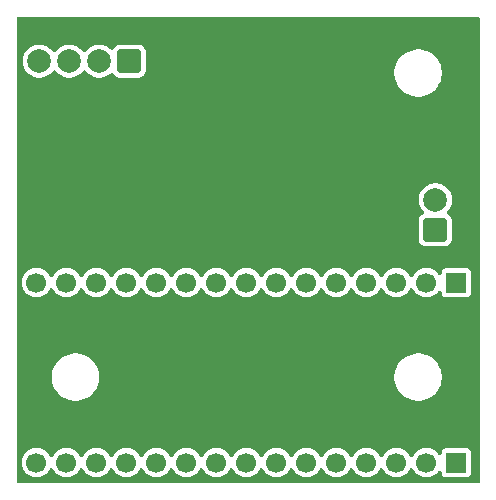
<source format=gbr>
%TF.GenerationSoftware,KiCad,Pcbnew,9.0.7-9.0.7~ubuntu24.04.1*%
%TF.CreationDate,2026-02-05T17:20:45+01:00*%
%TF.ProjectId,LaserDriver,4c617365-7244-4726-9976-65722e6b6963,rev?*%
%TF.SameCoordinates,Original*%
%TF.FileFunction,Copper,L2,Bot*%
%TF.FilePolarity,Positive*%
%FSLAX46Y46*%
G04 Gerber Fmt 4.6, Leading zero omitted, Abs format (unit mm)*
G04 Created by KiCad (PCBNEW 9.0.7-9.0.7~ubuntu24.04.1) date 2026-02-05 17:20:45*
%MOMM*%
%LPD*%
G01*
G04 APERTURE LIST*
G04 Aperture macros list*
%AMRoundRect*
0 Rectangle with rounded corners*
0 $1 Rounding radius*
0 $2 $3 $4 $5 $6 $7 $8 $9 X,Y pos of 4 corners*
0 Add a 4 corners polygon primitive as box body*
4,1,4,$2,$3,$4,$5,$6,$7,$8,$9,$2,$3,0*
0 Add four circle primitives for the rounded corners*
1,1,$1+$1,$2,$3*
1,1,$1+$1,$4,$5*
1,1,$1+$1,$6,$7*
1,1,$1+$1,$8,$9*
0 Add four rect primitives between the rounded corners*
20,1,$1+$1,$2,$3,$4,$5,0*
20,1,$1+$1,$4,$5,$6,$7,0*
20,1,$1+$1,$6,$7,$8,$9,0*
20,1,$1+$1,$8,$9,$2,$3,0*%
G04 Aperture macros list end*
%TA.AperFunction,ComponentPad*%
%ADD10RoundRect,0.250000X0.750000X0.750000X-0.750000X0.750000X-0.750000X-0.750000X0.750000X-0.750000X0*%
%TD*%
%TA.AperFunction,ComponentPad*%
%ADD11C,2.000000*%
%TD*%
%TA.AperFunction,ComponentPad*%
%ADD12R,1.700000X1.700000*%
%TD*%
%TA.AperFunction,ComponentPad*%
%ADD13C,1.700000*%
%TD*%
%TA.AperFunction,ComponentPad*%
%ADD14RoundRect,0.250000X0.750000X-0.750000X0.750000X0.750000X-0.750000X0.750000X-0.750000X-0.750000X0*%
%TD*%
%TA.AperFunction,ViaPad*%
%ADD15C,1.600000*%
%TD*%
%TA.AperFunction,ViaPad*%
%ADD16C,0.800000*%
%TD*%
G04 APERTURE END LIST*
D10*
%TO.P,J100,1,Pin_1*%
%TO.N,GND*%
X39540000Y-101250000D03*
D11*
%TO.P,J100,2,Pin_2*%
%TO.N,Net-(J100-Pin_2)*%
X37000000Y-101250000D03*
%TO.P,J100,3,Pin_3*%
X34460000Y-101250000D03*
%TO.P,J100,4,Pin_4*%
%TO.N,Net-(D100-K)*%
X31920000Y-101250000D03*
%TD*%
D12*
%TO.P,J103,1,Pin_1*%
%TO.N,unconnected-(J103-Pin_1-Pad1)*%
X67240000Y-135240000D03*
D13*
%TO.P,J103,2,Pin_2*%
%TO.N,GND*%
X64700000Y-135240000D03*
%TO.P,J103,3,Pin_3*%
%TO.N,unconnected-(J103-Pin_3-Pad3)*%
X62160000Y-135240000D03*
%TO.P,J103,4,Pin_4*%
%TO.N,unconnected-(J103-Pin_4-Pad4)*%
X59620000Y-135240000D03*
%TO.P,J103,5,Pin_5*%
%TO.N,unconnected-(J103-Pin_5-Pad5)*%
X57080000Y-135240000D03*
%TO.P,J103,6,Pin_6*%
%TO.N,unconnected-(J103-Pin_6-Pad6)*%
X54540000Y-135240000D03*
%TO.P,J103,7,Pin_7*%
%TO.N,unconnected-(J103-Pin_7-Pad7)*%
X52000000Y-135240000D03*
%TO.P,J103,8,Pin_8*%
%TO.N,unconnected-(J103-Pin_8-Pad8)*%
X49460000Y-135240000D03*
%TO.P,J103,9,Pin_9*%
%TO.N,unconnected-(J103-Pin_9-Pad9)*%
X46920000Y-135240000D03*
%TO.P,J103,10,Pin_10*%
%TO.N,unconnected-(J103-Pin_10-Pad10)*%
X44380000Y-135240000D03*
%TO.P,J103,11,Pin_11*%
%TO.N,unconnected-(J103-Pin_11-Pad11)*%
X41840000Y-135240000D03*
%TO.P,J103,12,Pin_12*%
%TO.N,unconnected-(J103-Pin_12-Pad12)*%
X39300000Y-135240000D03*
%TO.P,J103,13,Pin_13*%
%TO.N,unconnected-(J103-Pin_13-Pad13)*%
X36760000Y-135240000D03*
%TO.P,J103,14,Pin_14*%
%TO.N,unconnected-(J103-Pin_14-Pad14)*%
X34220000Y-135240000D03*
%TO.P,J103,15,Pin_15*%
%TO.N,unconnected-(J103-Pin_15-Pad15)*%
X31680000Y-135240000D03*
%TD*%
D14*
%TO.P,J101,1,Pin_1*%
%TO.N,Net-(J101-Pin_1)*%
X65467500Y-115525000D03*
D11*
%TO.P,J101,2,Pin_2*%
%TO.N,Net-(D102-K)*%
X65467500Y-112985000D03*
%TD*%
D12*
%TO.P,J102,1,Pin_1*%
%TO.N,unconnected-(J102-Pin_1-Pad1)*%
X67240000Y-120000000D03*
D13*
%TO.P,J102,2,Pin_2*%
%TO.N,unconnected-(J102-Pin_2-Pad2)*%
X64700000Y-120000000D03*
%TO.P,J102,3,Pin_3*%
%TO.N,unconnected-(J102-Pin_3-Pad3)*%
X62160000Y-120000000D03*
%TO.P,J102,4,Pin_4*%
%TO.N,GND*%
X59620000Y-120000000D03*
%TO.P,J102,5,Pin_5*%
%TO.N,unconnected-(J102-Pin_5-Pad5)*%
X57080000Y-120000000D03*
%TO.P,J102,6,Pin_6*%
%TO.N,unconnected-(J102-Pin_6-Pad6)*%
X54540000Y-120000000D03*
%TO.P,J102,7,Pin_7*%
%TO.N,unconnected-(J102-Pin_7-Pad7)*%
X52000000Y-120000000D03*
%TO.P,J102,8,Pin_8*%
%TO.N,/ard_DAC*%
X49460000Y-120000000D03*
%TO.P,J102,9,Pin_9*%
%TO.N,unconnected-(J102-Pin_9-Pad9)*%
X46920000Y-120000000D03*
%TO.P,J102,10,Pin_10*%
%TO.N,unconnected-(J102-Pin_10-Pad10)*%
X44380000Y-120000000D03*
%TO.P,J102,11,Pin_11*%
%TO.N,unconnected-(J102-Pin_11-Pad11)*%
X41840000Y-120000000D03*
%TO.P,J102,12,Pin_12*%
%TO.N,/ard_PWM*%
X39300000Y-120000000D03*
%TO.P,J102,13,Pin_13*%
%TO.N,unconnected-(J102-Pin_13-Pad13)*%
X36760000Y-120000000D03*
%TO.P,J102,14,Pin_14*%
%TO.N,unconnected-(J102-Pin_14-Pad14)*%
X34220000Y-120000000D03*
%TO.P,J102,15,Pin_15*%
%TO.N,unconnected-(J102-Pin_15-Pad15)*%
X31680000Y-120000000D03*
%TD*%
D15*
%TO.N,GND*%
X39300000Y-103700000D03*
D16*
X63250000Y-110000000D03*
D15*
X56700000Y-109750000D03*
X64700000Y-132900000D03*
D16*
X41850000Y-114950000D03*
X33100000Y-112300000D03*
X48000000Y-113175000D03*
D15*
X59625000Y-117500000D03*
D16*
X46951992Y-109451992D03*
X52000000Y-117250000D03*
X31800000Y-108050000D03*
X40750000Y-117250000D03*
X39700000Y-114500000D03*
D15*
X46300000Y-99675000D03*
D16*
X43850000Y-112150000D03*
%TD*%
%TA.AperFunction,Conductor*%
%TO.N,GND*%
G36*
X69175000Y-97520462D02*
G01*
X69229538Y-97575000D01*
X69249500Y-97649500D01*
X69249500Y-136850500D01*
X69229538Y-136925000D01*
X69175000Y-136979538D01*
X69100500Y-136999500D01*
X30149500Y-136999500D01*
X30075000Y-136979538D01*
X30020462Y-136925000D01*
X30000500Y-136850500D01*
X30000500Y-135141583D01*
X30429500Y-135141583D01*
X30429500Y-135338417D01*
X30460291Y-135532826D01*
X30521116Y-135720025D01*
X30521119Y-135720030D01*
X30521121Y-135720036D01*
X30542479Y-135761953D01*
X30610476Y-135895405D01*
X30726172Y-136054646D01*
X30865354Y-136193828D01*
X31024595Y-136309524D01*
X31061528Y-136328342D01*
X31199052Y-136398414D01*
X31199975Y-136398884D01*
X31387174Y-136459709D01*
X31581583Y-136490500D01*
X31581588Y-136490500D01*
X31778412Y-136490500D01*
X31778417Y-136490500D01*
X31972826Y-136459709D01*
X32160025Y-136398884D01*
X32335405Y-136309524D01*
X32494646Y-136193828D01*
X32633828Y-136054646D01*
X32749524Y-135895405D01*
X32817240Y-135762503D01*
X32868848Y-135705186D01*
X32942201Y-135681352D01*
X33017644Y-135697388D01*
X33074962Y-135748996D01*
X33082759Y-135762503D01*
X33150476Y-135895405D01*
X33266172Y-136054646D01*
X33405354Y-136193828D01*
X33564595Y-136309524D01*
X33601528Y-136328342D01*
X33739052Y-136398414D01*
X33739975Y-136398884D01*
X33927174Y-136459709D01*
X34121583Y-136490500D01*
X34121588Y-136490500D01*
X34318412Y-136490500D01*
X34318417Y-136490500D01*
X34512826Y-136459709D01*
X34700025Y-136398884D01*
X34875405Y-136309524D01*
X35034646Y-136193828D01*
X35173828Y-136054646D01*
X35289524Y-135895405D01*
X35357240Y-135762503D01*
X35408848Y-135705186D01*
X35482201Y-135681352D01*
X35557644Y-135697388D01*
X35614962Y-135748996D01*
X35622759Y-135762503D01*
X35690476Y-135895405D01*
X35806172Y-136054646D01*
X35945354Y-136193828D01*
X36104595Y-136309524D01*
X36141528Y-136328342D01*
X36279052Y-136398414D01*
X36279975Y-136398884D01*
X36467174Y-136459709D01*
X36661583Y-136490500D01*
X36661588Y-136490500D01*
X36858412Y-136490500D01*
X36858417Y-136490500D01*
X37052826Y-136459709D01*
X37240025Y-136398884D01*
X37415405Y-136309524D01*
X37574646Y-136193828D01*
X37713828Y-136054646D01*
X37829524Y-135895405D01*
X37897240Y-135762503D01*
X37948848Y-135705186D01*
X38022201Y-135681352D01*
X38097644Y-135697388D01*
X38154962Y-135748996D01*
X38162759Y-135762503D01*
X38230476Y-135895405D01*
X38346172Y-136054646D01*
X38485354Y-136193828D01*
X38644595Y-136309524D01*
X38681528Y-136328342D01*
X38819052Y-136398414D01*
X38819975Y-136398884D01*
X39007174Y-136459709D01*
X39201583Y-136490500D01*
X39201588Y-136490500D01*
X39398412Y-136490500D01*
X39398417Y-136490500D01*
X39592826Y-136459709D01*
X39780025Y-136398884D01*
X39955405Y-136309524D01*
X40114646Y-136193828D01*
X40253828Y-136054646D01*
X40369524Y-135895405D01*
X40437240Y-135762503D01*
X40488848Y-135705186D01*
X40562201Y-135681352D01*
X40637644Y-135697388D01*
X40694962Y-135748996D01*
X40702759Y-135762503D01*
X40770476Y-135895405D01*
X40886172Y-136054646D01*
X41025354Y-136193828D01*
X41184595Y-136309524D01*
X41221528Y-136328342D01*
X41359052Y-136398414D01*
X41359975Y-136398884D01*
X41547174Y-136459709D01*
X41741583Y-136490500D01*
X41741588Y-136490500D01*
X41938412Y-136490500D01*
X41938417Y-136490500D01*
X42132826Y-136459709D01*
X42320025Y-136398884D01*
X42495405Y-136309524D01*
X42654646Y-136193828D01*
X42793828Y-136054646D01*
X42909524Y-135895405D01*
X42977240Y-135762503D01*
X43028848Y-135705186D01*
X43102201Y-135681352D01*
X43177644Y-135697388D01*
X43234962Y-135748996D01*
X43242759Y-135762503D01*
X43310476Y-135895405D01*
X43426172Y-136054646D01*
X43565354Y-136193828D01*
X43724595Y-136309524D01*
X43761528Y-136328342D01*
X43899052Y-136398414D01*
X43899975Y-136398884D01*
X44087174Y-136459709D01*
X44281583Y-136490500D01*
X44281588Y-136490500D01*
X44478412Y-136490500D01*
X44478417Y-136490500D01*
X44672826Y-136459709D01*
X44860025Y-136398884D01*
X45035405Y-136309524D01*
X45194646Y-136193828D01*
X45333828Y-136054646D01*
X45449524Y-135895405D01*
X45517240Y-135762503D01*
X45568848Y-135705186D01*
X45642201Y-135681352D01*
X45717644Y-135697388D01*
X45774962Y-135748996D01*
X45782759Y-135762503D01*
X45850476Y-135895405D01*
X45966172Y-136054646D01*
X46105354Y-136193828D01*
X46264595Y-136309524D01*
X46301528Y-136328342D01*
X46439052Y-136398414D01*
X46439975Y-136398884D01*
X46627174Y-136459709D01*
X46821583Y-136490500D01*
X46821588Y-136490500D01*
X47018412Y-136490500D01*
X47018417Y-136490500D01*
X47212826Y-136459709D01*
X47400025Y-136398884D01*
X47575405Y-136309524D01*
X47734646Y-136193828D01*
X47873828Y-136054646D01*
X47989524Y-135895405D01*
X48057240Y-135762503D01*
X48108848Y-135705186D01*
X48182201Y-135681352D01*
X48257644Y-135697388D01*
X48314962Y-135748996D01*
X48322759Y-135762503D01*
X48390476Y-135895405D01*
X48506172Y-136054646D01*
X48645354Y-136193828D01*
X48804595Y-136309524D01*
X48841528Y-136328342D01*
X48979052Y-136398414D01*
X48979975Y-136398884D01*
X49167174Y-136459709D01*
X49361583Y-136490500D01*
X49361588Y-136490500D01*
X49558412Y-136490500D01*
X49558417Y-136490500D01*
X49752826Y-136459709D01*
X49940025Y-136398884D01*
X50115405Y-136309524D01*
X50274646Y-136193828D01*
X50413828Y-136054646D01*
X50529524Y-135895405D01*
X50597240Y-135762503D01*
X50648848Y-135705186D01*
X50722201Y-135681352D01*
X50797644Y-135697388D01*
X50854962Y-135748996D01*
X50862759Y-135762503D01*
X50930476Y-135895405D01*
X51046172Y-136054646D01*
X51185354Y-136193828D01*
X51344595Y-136309524D01*
X51381528Y-136328342D01*
X51519052Y-136398414D01*
X51519975Y-136398884D01*
X51707174Y-136459709D01*
X51901583Y-136490500D01*
X51901588Y-136490500D01*
X52098412Y-136490500D01*
X52098417Y-136490500D01*
X52292826Y-136459709D01*
X52480025Y-136398884D01*
X52655405Y-136309524D01*
X52814646Y-136193828D01*
X52953828Y-136054646D01*
X53069524Y-135895405D01*
X53137240Y-135762503D01*
X53188848Y-135705186D01*
X53262201Y-135681352D01*
X53337644Y-135697388D01*
X53394962Y-135748996D01*
X53402759Y-135762503D01*
X53470476Y-135895405D01*
X53586172Y-136054646D01*
X53725354Y-136193828D01*
X53884595Y-136309524D01*
X53921528Y-136328342D01*
X54059052Y-136398414D01*
X54059975Y-136398884D01*
X54247174Y-136459709D01*
X54441583Y-136490500D01*
X54441588Y-136490500D01*
X54638412Y-136490500D01*
X54638417Y-136490500D01*
X54832826Y-136459709D01*
X55020025Y-136398884D01*
X55195405Y-136309524D01*
X55354646Y-136193828D01*
X55493828Y-136054646D01*
X55609524Y-135895405D01*
X55677240Y-135762503D01*
X55728848Y-135705186D01*
X55802201Y-135681352D01*
X55877644Y-135697388D01*
X55934962Y-135748996D01*
X55942759Y-135762503D01*
X56010476Y-135895405D01*
X56126172Y-136054646D01*
X56265354Y-136193828D01*
X56424595Y-136309524D01*
X56461528Y-136328342D01*
X56599052Y-136398414D01*
X56599975Y-136398884D01*
X56787174Y-136459709D01*
X56981583Y-136490500D01*
X56981588Y-136490500D01*
X57178412Y-136490500D01*
X57178417Y-136490500D01*
X57372826Y-136459709D01*
X57560025Y-136398884D01*
X57735405Y-136309524D01*
X57894646Y-136193828D01*
X58033828Y-136054646D01*
X58149524Y-135895405D01*
X58217240Y-135762503D01*
X58268848Y-135705186D01*
X58342201Y-135681352D01*
X58417644Y-135697388D01*
X58474962Y-135748996D01*
X58482759Y-135762503D01*
X58550476Y-135895405D01*
X58666172Y-136054646D01*
X58805354Y-136193828D01*
X58964595Y-136309524D01*
X59001528Y-136328342D01*
X59139052Y-136398414D01*
X59139975Y-136398884D01*
X59327174Y-136459709D01*
X59521583Y-136490500D01*
X59521588Y-136490500D01*
X59718412Y-136490500D01*
X59718417Y-136490500D01*
X59912826Y-136459709D01*
X60100025Y-136398884D01*
X60275405Y-136309524D01*
X60434646Y-136193828D01*
X60573828Y-136054646D01*
X60689524Y-135895405D01*
X60757240Y-135762503D01*
X60808848Y-135705186D01*
X60882201Y-135681352D01*
X60957644Y-135697388D01*
X61014962Y-135748996D01*
X61022759Y-135762503D01*
X61090476Y-135895405D01*
X61206172Y-136054646D01*
X61345354Y-136193828D01*
X61504595Y-136309524D01*
X61541528Y-136328342D01*
X61679052Y-136398414D01*
X61679975Y-136398884D01*
X61867174Y-136459709D01*
X62061583Y-136490500D01*
X62061588Y-136490500D01*
X62258412Y-136490500D01*
X62258417Y-136490500D01*
X62452826Y-136459709D01*
X62640025Y-136398884D01*
X62815405Y-136309524D01*
X62974646Y-136193828D01*
X63113828Y-136054646D01*
X63229524Y-135895405D01*
X63297523Y-135761948D01*
X63349128Y-135704636D01*
X63422481Y-135680801D01*
X63497924Y-135696836D01*
X63555241Y-135748445D01*
X63563040Y-135761952D01*
X63630904Y-135895143D01*
X63630909Y-135895150D01*
X63746548Y-136054313D01*
X63885686Y-136193451D01*
X64044849Y-136309090D01*
X64044861Y-136309097D01*
X64220156Y-136398414D01*
X64220173Y-136398421D01*
X64407291Y-136459220D01*
X64601628Y-136490000D01*
X64798372Y-136490000D01*
X64992708Y-136459220D01*
X65179826Y-136398421D01*
X65179843Y-136398414D01*
X65355138Y-136309097D01*
X65355150Y-136309090D01*
X65514313Y-136193451D01*
X65653449Y-136054315D01*
X65719956Y-135962776D01*
X65779895Y-135914237D01*
X65856074Y-135902171D01*
X65928079Y-135929811D01*
X65976618Y-135989750D01*
X65989500Y-136050353D01*
X65989500Y-136121518D01*
X66000893Y-136193451D01*
X66004354Y-136215304D01*
X66061950Y-136328342D01*
X66151658Y-136418050D01*
X66264696Y-136475646D01*
X66358481Y-136490500D01*
X68121518Y-136490499D01*
X68215304Y-136475646D01*
X68328342Y-136418050D01*
X68418050Y-136328342D01*
X68475646Y-136215304D01*
X68490500Y-136121519D01*
X68490499Y-134358482D01*
X68475646Y-134264696D01*
X68418050Y-134151658D01*
X68328342Y-134061950D01*
X68247540Y-134020779D01*
X68215305Y-134004354D01*
X68199673Y-134001878D01*
X68121519Y-133989500D01*
X68121514Y-133989500D01*
X66358481Y-133989500D01*
X66264695Y-134004354D01*
X66264693Y-134004355D01*
X66151657Y-134061950D01*
X66061950Y-134151657D01*
X66004354Y-134264694D01*
X66000952Y-134286174D01*
X65989500Y-134358481D01*
X65989500Y-134358482D01*
X65989500Y-134358485D01*
X65989500Y-134429643D01*
X65969538Y-134504143D01*
X65915000Y-134558681D01*
X65840500Y-134578643D01*
X65766000Y-134558681D01*
X65719957Y-134517223D01*
X65653451Y-134425686D01*
X65514313Y-134286548D01*
X65355150Y-134170909D01*
X65355138Y-134170902D01*
X65179843Y-134081585D01*
X65179826Y-134081578D01*
X64992708Y-134020779D01*
X64798372Y-133990000D01*
X64601628Y-133990000D01*
X64407291Y-134020779D01*
X64220173Y-134081578D01*
X64220156Y-134081585D01*
X64044861Y-134170902D01*
X64044849Y-134170909D01*
X63885686Y-134286548D01*
X63746548Y-134425686D01*
X63630909Y-134584849D01*
X63630904Y-134584856D01*
X63563040Y-134718047D01*
X63511430Y-134775364D01*
X63438077Y-134799198D01*
X63362635Y-134783162D01*
X63305318Y-134731552D01*
X63297520Y-134718046D01*
X63229525Y-134584597D01*
X63229524Y-134584595D01*
X63113828Y-134425354D01*
X62974646Y-134286172D01*
X62815405Y-134170476D01*
X62805010Y-134165179D01*
X62640036Y-134081121D01*
X62640030Y-134081119D01*
X62640025Y-134081116D01*
X62452826Y-134020291D01*
X62258417Y-133989500D01*
X62061583Y-133989500D01*
X61867174Y-134020291D01*
X61738962Y-134061950D01*
X61679975Y-134081116D01*
X61679972Y-134081117D01*
X61679963Y-134081121D01*
X61504598Y-134170474D01*
X61504593Y-134170477D01*
X61345363Y-134286165D01*
X61345352Y-134286174D01*
X61206174Y-134425352D01*
X61206165Y-134425363D01*
X61090477Y-134584593D01*
X61090474Y-134584598D01*
X61022760Y-134717495D01*
X60971151Y-134774813D01*
X60897798Y-134798647D01*
X60822356Y-134782611D01*
X60765038Y-134731002D01*
X60757240Y-134717495D01*
X60724247Y-134652744D01*
X60689524Y-134584595D01*
X60573828Y-134425354D01*
X60434646Y-134286172D01*
X60275405Y-134170476D01*
X60265010Y-134165179D01*
X60100036Y-134081121D01*
X60100030Y-134081119D01*
X60100025Y-134081116D01*
X59912826Y-134020291D01*
X59718417Y-133989500D01*
X59521583Y-133989500D01*
X59327174Y-134020291D01*
X59198962Y-134061950D01*
X59139975Y-134081116D01*
X59139972Y-134081117D01*
X59139963Y-134081121D01*
X58964598Y-134170474D01*
X58964593Y-134170477D01*
X58805363Y-134286165D01*
X58805352Y-134286174D01*
X58666174Y-134425352D01*
X58666165Y-134425363D01*
X58550477Y-134584593D01*
X58550474Y-134584598D01*
X58482760Y-134717495D01*
X58431151Y-134774813D01*
X58357798Y-134798647D01*
X58282356Y-134782611D01*
X58225038Y-134731002D01*
X58217240Y-134717495D01*
X58184247Y-134652744D01*
X58149524Y-134584595D01*
X58033828Y-134425354D01*
X57894646Y-134286172D01*
X57735405Y-134170476D01*
X57725010Y-134165179D01*
X57560036Y-134081121D01*
X57560030Y-134081119D01*
X57560025Y-134081116D01*
X57372826Y-134020291D01*
X57178417Y-133989500D01*
X56981583Y-133989500D01*
X56787174Y-134020291D01*
X56658962Y-134061950D01*
X56599975Y-134081116D01*
X56599972Y-134081117D01*
X56599963Y-134081121D01*
X56424598Y-134170474D01*
X56424593Y-134170477D01*
X56265363Y-134286165D01*
X56265352Y-134286174D01*
X56126174Y-134425352D01*
X56126165Y-134425363D01*
X56010477Y-134584593D01*
X56010474Y-134584598D01*
X55942760Y-134717495D01*
X55891151Y-134774813D01*
X55817798Y-134798647D01*
X55742356Y-134782611D01*
X55685038Y-134731002D01*
X55677240Y-134717495D01*
X55644247Y-134652744D01*
X55609524Y-134584595D01*
X55493828Y-134425354D01*
X55354646Y-134286172D01*
X55195405Y-134170476D01*
X55185010Y-134165179D01*
X55020036Y-134081121D01*
X55020030Y-134081119D01*
X55020025Y-134081116D01*
X54832826Y-134020291D01*
X54638417Y-133989500D01*
X54441583Y-133989500D01*
X54247174Y-134020291D01*
X54118962Y-134061950D01*
X54059975Y-134081116D01*
X54059972Y-134081117D01*
X54059963Y-134081121D01*
X53884598Y-134170474D01*
X53884593Y-134170477D01*
X53725363Y-134286165D01*
X53725352Y-134286174D01*
X53586174Y-134425352D01*
X53586165Y-134425363D01*
X53470477Y-134584593D01*
X53470474Y-134584598D01*
X53402760Y-134717495D01*
X53351151Y-134774813D01*
X53277798Y-134798647D01*
X53202356Y-134782611D01*
X53145038Y-134731002D01*
X53137240Y-134717495D01*
X53104247Y-134652744D01*
X53069524Y-134584595D01*
X52953828Y-134425354D01*
X52814646Y-134286172D01*
X52655405Y-134170476D01*
X52645010Y-134165179D01*
X52480036Y-134081121D01*
X52480030Y-134081119D01*
X52480025Y-134081116D01*
X52292826Y-134020291D01*
X52098417Y-133989500D01*
X51901583Y-133989500D01*
X51707174Y-134020291D01*
X51578962Y-134061950D01*
X51519975Y-134081116D01*
X51519972Y-134081117D01*
X51519963Y-134081121D01*
X51344598Y-134170474D01*
X51344593Y-134170477D01*
X51185363Y-134286165D01*
X51185352Y-134286174D01*
X51046174Y-134425352D01*
X51046165Y-134425363D01*
X50930477Y-134584593D01*
X50930474Y-134584598D01*
X50862760Y-134717495D01*
X50811151Y-134774813D01*
X50737798Y-134798647D01*
X50662356Y-134782611D01*
X50605038Y-134731002D01*
X50597240Y-134717495D01*
X50564247Y-134652744D01*
X50529524Y-134584595D01*
X50413828Y-134425354D01*
X50274646Y-134286172D01*
X50115405Y-134170476D01*
X50105010Y-134165179D01*
X49940036Y-134081121D01*
X49940030Y-134081119D01*
X49940025Y-134081116D01*
X49752826Y-134020291D01*
X49558417Y-133989500D01*
X49361583Y-133989500D01*
X49167174Y-134020291D01*
X49038962Y-134061950D01*
X48979975Y-134081116D01*
X48979972Y-134081117D01*
X48979963Y-134081121D01*
X48804598Y-134170474D01*
X48804593Y-134170477D01*
X48645363Y-134286165D01*
X48645352Y-134286174D01*
X48506174Y-134425352D01*
X48506165Y-134425363D01*
X48390477Y-134584593D01*
X48390474Y-134584598D01*
X48322760Y-134717495D01*
X48271151Y-134774813D01*
X48197798Y-134798647D01*
X48122356Y-134782611D01*
X48065038Y-134731002D01*
X48057240Y-134717495D01*
X48024247Y-134652744D01*
X47989524Y-134584595D01*
X47873828Y-134425354D01*
X47734646Y-134286172D01*
X47575405Y-134170476D01*
X47565010Y-134165179D01*
X47400036Y-134081121D01*
X47400030Y-134081119D01*
X47400025Y-134081116D01*
X47212826Y-134020291D01*
X47018417Y-133989500D01*
X46821583Y-133989500D01*
X46627174Y-134020291D01*
X46498962Y-134061950D01*
X46439975Y-134081116D01*
X46439972Y-134081117D01*
X46439963Y-134081121D01*
X46264598Y-134170474D01*
X46264593Y-134170477D01*
X46105363Y-134286165D01*
X46105352Y-134286174D01*
X45966174Y-134425352D01*
X45966165Y-134425363D01*
X45850477Y-134584593D01*
X45850474Y-134584598D01*
X45782760Y-134717495D01*
X45731151Y-134774813D01*
X45657798Y-134798647D01*
X45582356Y-134782611D01*
X45525038Y-134731002D01*
X45517240Y-134717495D01*
X45484247Y-134652744D01*
X45449524Y-134584595D01*
X45333828Y-134425354D01*
X45194646Y-134286172D01*
X45035405Y-134170476D01*
X45025010Y-134165179D01*
X44860036Y-134081121D01*
X44860030Y-134081119D01*
X44860025Y-134081116D01*
X44672826Y-134020291D01*
X44478417Y-133989500D01*
X44281583Y-133989500D01*
X44087174Y-134020291D01*
X43958962Y-134061950D01*
X43899975Y-134081116D01*
X43899972Y-134081117D01*
X43899963Y-134081121D01*
X43724598Y-134170474D01*
X43724593Y-134170477D01*
X43565363Y-134286165D01*
X43565352Y-134286174D01*
X43426174Y-134425352D01*
X43426165Y-134425363D01*
X43310477Y-134584593D01*
X43310474Y-134584598D01*
X43242760Y-134717495D01*
X43191151Y-134774813D01*
X43117798Y-134798647D01*
X43042356Y-134782611D01*
X42985038Y-134731002D01*
X42977240Y-134717495D01*
X42944247Y-134652744D01*
X42909524Y-134584595D01*
X42793828Y-134425354D01*
X42654646Y-134286172D01*
X42495405Y-134170476D01*
X42485010Y-134165179D01*
X42320036Y-134081121D01*
X42320030Y-134081119D01*
X42320025Y-134081116D01*
X42132826Y-134020291D01*
X41938417Y-133989500D01*
X41741583Y-133989500D01*
X41547174Y-134020291D01*
X41418962Y-134061950D01*
X41359975Y-134081116D01*
X41359972Y-134081117D01*
X41359963Y-134081121D01*
X41184598Y-134170474D01*
X41184593Y-134170477D01*
X41025363Y-134286165D01*
X41025352Y-134286174D01*
X40886174Y-134425352D01*
X40886165Y-134425363D01*
X40770477Y-134584593D01*
X40770474Y-134584598D01*
X40702760Y-134717495D01*
X40651151Y-134774813D01*
X40577798Y-134798647D01*
X40502356Y-134782611D01*
X40445038Y-134731002D01*
X40437240Y-134717495D01*
X40404247Y-134652744D01*
X40369524Y-134584595D01*
X40253828Y-134425354D01*
X40114646Y-134286172D01*
X39955405Y-134170476D01*
X39945010Y-134165179D01*
X39780036Y-134081121D01*
X39780030Y-134081119D01*
X39780025Y-134081116D01*
X39592826Y-134020291D01*
X39398417Y-133989500D01*
X39201583Y-133989500D01*
X39007174Y-134020291D01*
X38878962Y-134061950D01*
X38819975Y-134081116D01*
X38819972Y-134081117D01*
X38819963Y-134081121D01*
X38644598Y-134170474D01*
X38644593Y-134170477D01*
X38485363Y-134286165D01*
X38485352Y-134286174D01*
X38346174Y-134425352D01*
X38346165Y-134425363D01*
X38230477Y-134584593D01*
X38230474Y-134584598D01*
X38162760Y-134717495D01*
X38111151Y-134774813D01*
X38037798Y-134798647D01*
X37962356Y-134782611D01*
X37905038Y-134731002D01*
X37897240Y-134717495D01*
X37864247Y-134652744D01*
X37829524Y-134584595D01*
X37713828Y-134425354D01*
X37574646Y-134286172D01*
X37415405Y-134170476D01*
X37405010Y-134165179D01*
X37240036Y-134081121D01*
X37240030Y-134081119D01*
X37240025Y-134081116D01*
X37052826Y-134020291D01*
X36858417Y-133989500D01*
X36661583Y-133989500D01*
X36467174Y-134020291D01*
X36338962Y-134061950D01*
X36279975Y-134081116D01*
X36279972Y-134081117D01*
X36279963Y-134081121D01*
X36104598Y-134170474D01*
X36104593Y-134170477D01*
X35945363Y-134286165D01*
X35945352Y-134286174D01*
X35806174Y-134425352D01*
X35806165Y-134425363D01*
X35690477Y-134584593D01*
X35690474Y-134584598D01*
X35622760Y-134717495D01*
X35571151Y-134774813D01*
X35497798Y-134798647D01*
X35422356Y-134782611D01*
X35365038Y-134731002D01*
X35357240Y-134717495D01*
X35324247Y-134652744D01*
X35289524Y-134584595D01*
X35173828Y-134425354D01*
X35034646Y-134286172D01*
X34875405Y-134170476D01*
X34865010Y-134165179D01*
X34700036Y-134081121D01*
X34700030Y-134081119D01*
X34700025Y-134081116D01*
X34512826Y-134020291D01*
X34318417Y-133989500D01*
X34121583Y-133989500D01*
X33927174Y-134020291D01*
X33798962Y-134061950D01*
X33739975Y-134081116D01*
X33739972Y-134081117D01*
X33739963Y-134081121D01*
X33564598Y-134170474D01*
X33564593Y-134170477D01*
X33405363Y-134286165D01*
X33405352Y-134286174D01*
X33266174Y-134425352D01*
X33266165Y-134425363D01*
X33150477Y-134584593D01*
X33150474Y-134584598D01*
X33082760Y-134717495D01*
X33031151Y-134774813D01*
X32957798Y-134798647D01*
X32882356Y-134782611D01*
X32825038Y-134731002D01*
X32817240Y-134717495D01*
X32784247Y-134652744D01*
X32749524Y-134584595D01*
X32633828Y-134425354D01*
X32494646Y-134286172D01*
X32335405Y-134170476D01*
X32325010Y-134165179D01*
X32160036Y-134081121D01*
X32160030Y-134081119D01*
X32160025Y-134081116D01*
X31972826Y-134020291D01*
X31778417Y-133989500D01*
X31581583Y-133989500D01*
X31387174Y-134020291D01*
X31258962Y-134061950D01*
X31199975Y-134081116D01*
X31199972Y-134081117D01*
X31199963Y-134081121D01*
X31024598Y-134170474D01*
X31024593Y-134170477D01*
X30865363Y-134286165D01*
X30865352Y-134286174D01*
X30726174Y-134425352D01*
X30726165Y-134425363D01*
X30610477Y-134584593D01*
X30610474Y-134584598D01*
X30521121Y-134759963D01*
X30521117Y-134759972D01*
X30521116Y-134759975D01*
X30460291Y-134947174D01*
X30429500Y-135141583D01*
X30000500Y-135141583D01*
X30000500Y-127868876D01*
X32999500Y-127868876D01*
X32999500Y-128131123D01*
X33033728Y-128391107D01*
X33033728Y-128391110D01*
X33101600Y-128644415D01*
X33101600Y-128644416D01*
X33201959Y-128886701D01*
X33333078Y-129113806D01*
X33333078Y-129113807D01*
X33492715Y-129321848D01*
X33678151Y-129507284D01*
X33886193Y-129666921D01*
X33886197Y-129666924D01*
X34113303Y-129798043D01*
X34317809Y-129882752D01*
X34355583Y-129898399D01*
X34443332Y-129921910D01*
X34608884Y-129966270D01*
X34608890Y-129966270D01*
X34608891Y-129966271D01*
X34645834Y-129971134D01*
X34868877Y-130000499D01*
X34868878Y-130000500D01*
X34868880Y-130000500D01*
X35131122Y-130000500D01*
X35131122Y-130000499D01*
X35391108Y-129966271D01*
X35391110Y-129966271D01*
X35391111Y-129966270D01*
X35391116Y-129966270D01*
X35644415Y-129898399D01*
X35644416Y-129898399D01*
X35644417Y-129898398D01*
X35644419Y-129898398D01*
X35886697Y-129798043D01*
X36113803Y-129666924D01*
X36321848Y-129507284D01*
X36321849Y-129507284D01*
X36507284Y-129321849D01*
X36507284Y-129321848D01*
X36666921Y-129113807D01*
X36666921Y-129113806D01*
X36666924Y-129113803D01*
X36798043Y-128886697D01*
X36898398Y-128644419D01*
X36966270Y-128391116D01*
X37000500Y-128131120D01*
X37000500Y-127868880D01*
X37000499Y-127868876D01*
X61999500Y-127868876D01*
X61999500Y-128131123D01*
X62033728Y-128391107D01*
X62033728Y-128391110D01*
X62101600Y-128644415D01*
X62101600Y-128644416D01*
X62201959Y-128886701D01*
X62333078Y-129113806D01*
X62333078Y-129113807D01*
X62492715Y-129321848D01*
X62678151Y-129507284D01*
X62886193Y-129666921D01*
X62886197Y-129666924D01*
X63113303Y-129798043D01*
X63317809Y-129882752D01*
X63355583Y-129898399D01*
X63443332Y-129921910D01*
X63608884Y-129966270D01*
X63608890Y-129966270D01*
X63608891Y-129966271D01*
X63645834Y-129971134D01*
X63868877Y-130000499D01*
X63868878Y-130000500D01*
X63868880Y-130000500D01*
X64131122Y-130000500D01*
X64131122Y-130000499D01*
X64391108Y-129966271D01*
X64391110Y-129966271D01*
X64391111Y-129966270D01*
X64391116Y-129966270D01*
X64644415Y-129898399D01*
X64644416Y-129898399D01*
X64644417Y-129898398D01*
X64644419Y-129898398D01*
X64886697Y-129798043D01*
X65113803Y-129666924D01*
X65321848Y-129507284D01*
X65321849Y-129507284D01*
X65507284Y-129321849D01*
X65507284Y-129321848D01*
X65666921Y-129113807D01*
X65666921Y-129113806D01*
X65666924Y-129113803D01*
X65798043Y-128886697D01*
X65898398Y-128644419D01*
X65966270Y-128391116D01*
X66000500Y-128131120D01*
X66000500Y-127868880D01*
X65966270Y-127608884D01*
X65898398Y-127355581D01*
X65798043Y-127113303D01*
X65666924Y-126886197D01*
X65666921Y-126886193D01*
X65666921Y-126886192D01*
X65507284Y-126678151D01*
X65321848Y-126492715D01*
X65113806Y-126333078D01*
X64886701Y-126201959D01*
X64886699Y-126201958D01*
X64886697Y-126201957D01*
X64811154Y-126170666D01*
X64644416Y-126101600D01*
X64418255Y-126041002D01*
X64391116Y-126033730D01*
X64391114Y-126033729D01*
X64391108Y-126033728D01*
X64131123Y-125999500D01*
X64131120Y-125999500D01*
X63868880Y-125999500D01*
X63868876Y-125999500D01*
X63608892Y-126033728D01*
X63608889Y-126033728D01*
X63355584Y-126101600D01*
X63355583Y-126101600D01*
X63113298Y-126201959D01*
X62886193Y-126333078D01*
X62886192Y-126333078D01*
X62678151Y-126492715D01*
X62678151Y-126492716D01*
X62678149Y-126492718D01*
X62492718Y-126678149D01*
X62492716Y-126678151D01*
X62492715Y-126678151D01*
X62333078Y-126886192D01*
X62333078Y-126886193D01*
X62201959Y-127113298D01*
X62101600Y-127355583D01*
X62101600Y-127355584D01*
X62033728Y-127608889D01*
X62033728Y-127608892D01*
X61999500Y-127868876D01*
X37000499Y-127868876D01*
X36966270Y-127608884D01*
X36898398Y-127355581D01*
X36798043Y-127113303D01*
X36666924Y-126886197D01*
X36666921Y-126886193D01*
X36666921Y-126886192D01*
X36507284Y-126678151D01*
X36321848Y-126492715D01*
X36113806Y-126333078D01*
X35886701Y-126201959D01*
X35886699Y-126201958D01*
X35886697Y-126201957D01*
X35811154Y-126170666D01*
X35644416Y-126101600D01*
X35418255Y-126041002D01*
X35391116Y-126033730D01*
X35391114Y-126033729D01*
X35391108Y-126033728D01*
X35131123Y-125999500D01*
X35131120Y-125999500D01*
X34868880Y-125999500D01*
X34868876Y-125999500D01*
X34608892Y-126033728D01*
X34608889Y-126033728D01*
X34355584Y-126101600D01*
X34355583Y-126101600D01*
X34113298Y-126201959D01*
X33886193Y-126333078D01*
X33886192Y-126333078D01*
X33678151Y-126492715D01*
X33678151Y-126492716D01*
X33678149Y-126492718D01*
X33492718Y-126678149D01*
X33492716Y-126678151D01*
X33492715Y-126678151D01*
X33333078Y-126886192D01*
X33333078Y-126886193D01*
X33201959Y-127113298D01*
X33101600Y-127355583D01*
X33101600Y-127355584D01*
X33033728Y-127608889D01*
X33033728Y-127608892D01*
X32999500Y-127868876D01*
X30000500Y-127868876D01*
X30000500Y-119901583D01*
X30429500Y-119901583D01*
X30429500Y-120098417D01*
X30460291Y-120292826D01*
X30521116Y-120480025D01*
X30521119Y-120480030D01*
X30521121Y-120480036D01*
X30542479Y-120521953D01*
X30610476Y-120655405D01*
X30726172Y-120814646D01*
X30865354Y-120953828D01*
X31024595Y-121069524D01*
X31061528Y-121088342D01*
X31199052Y-121158414D01*
X31199975Y-121158884D01*
X31387174Y-121219709D01*
X31581583Y-121250500D01*
X31581588Y-121250500D01*
X31778412Y-121250500D01*
X31778417Y-121250500D01*
X31972826Y-121219709D01*
X32160025Y-121158884D01*
X32335405Y-121069524D01*
X32494646Y-120953828D01*
X32633828Y-120814646D01*
X32749524Y-120655405D01*
X32817240Y-120522503D01*
X32868848Y-120465186D01*
X32942201Y-120441352D01*
X33017644Y-120457388D01*
X33074962Y-120508996D01*
X33082759Y-120522503D01*
X33150476Y-120655405D01*
X33266172Y-120814646D01*
X33405354Y-120953828D01*
X33564595Y-121069524D01*
X33601528Y-121088342D01*
X33739052Y-121158414D01*
X33739975Y-121158884D01*
X33927174Y-121219709D01*
X34121583Y-121250500D01*
X34121588Y-121250500D01*
X34318412Y-121250500D01*
X34318417Y-121250500D01*
X34512826Y-121219709D01*
X34700025Y-121158884D01*
X34875405Y-121069524D01*
X35034646Y-120953828D01*
X35173828Y-120814646D01*
X35289524Y-120655405D01*
X35357240Y-120522503D01*
X35408848Y-120465186D01*
X35482201Y-120441352D01*
X35557644Y-120457388D01*
X35614962Y-120508996D01*
X35622759Y-120522503D01*
X35690476Y-120655405D01*
X35806172Y-120814646D01*
X35945354Y-120953828D01*
X36104595Y-121069524D01*
X36141528Y-121088342D01*
X36279052Y-121158414D01*
X36279975Y-121158884D01*
X36467174Y-121219709D01*
X36661583Y-121250500D01*
X36661588Y-121250500D01*
X36858412Y-121250500D01*
X36858417Y-121250500D01*
X37052826Y-121219709D01*
X37240025Y-121158884D01*
X37415405Y-121069524D01*
X37574646Y-120953828D01*
X37713828Y-120814646D01*
X37829524Y-120655405D01*
X37897240Y-120522503D01*
X37948848Y-120465186D01*
X38022201Y-120441352D01*
X38097644Y-120457388D01*
X38154962Y-120508996D01*
X38162759Y-120522503D01*
X38230476Y-120655405D01*
X38346172Y-120814646D01*
X38485354Y-120953828D01*
X38644595Y-121069524D01*
X38681528Y-121088342D01*
X38819052Y-121158414D01*
X38819975Y-121158884D01*
X39007174Y-121219709D01*
X39201583Y-121250500D01*
X39201588Y-121250500D01*
X39398412Y-121250500D01*
X39398417Y-121250500D01*
X39592826Y-121219709D01*
X39780025Y-121158884D01*
X39955405Y-121069524D01*
X40114646Y-120953828D01*
X40253828Y-120814646D01*
X40369524Y-120655405D01*
X40437240Y-120522503D01*
X40488848Y-120465186D01*
X40562201Y-120441352D01*
X40637644Y-120457388D01*
X40694962Y-120508996D01*
X40702759Y-120522503D01*
X40770476Y-120655405D01*
X40886172Y-120814646D01*
X41025354Y-120953828D01*
X41184595Y-121069524D01*
X41221528Y-121088342D01*
X41359052Y-121158414D01*
X41359975Y-121158884D01*
X41547174Y-121219709D01*
X41741583Y-121250500D01*
X41741588Y-121250500D01*
X41938412Y-121250500D01*
X41938417Y-121250500D01*
X42132826Y-121219709D01*
X42320025Y-121158884D01*
X42495405Y-121069524D01*
X42654646Y-120953828D01*
X42793828Y-120814646D01*
X42909524Y-120655405D01*
X42977240Y-120522503D01*
X43028848Y-120465186D01*
X43102201Y-120441352D01*
X43177644Y-120457388D01*
X43234962Y-120508996D01*
X43242759Y-120522503D01*
X43310476Y-120655405D01*
X43426172Y-120814646D01*
X43565354Y-120953828D01*
X43724595Y-121069524D01*
X43761528Y-121088342D01*
X43899052Y-121158414D01*
X43899975Y-121158884D01*
X44087174Y-121219709D01*
X44281583Y-121250500D01*
X44281588Y-121250500D01*
X44478412Y-121250500D01*
X44478417Y-121250500D01*
X44672826Y-121219709D01*
X44860025Y-121158884D01*
X45035405Y-121069524D01*
X45194646Y-120953828D01*
X45333828Y-120814646D01*
X45449524Y-120655405D01*
X45517240Y-120522503D01*
X45568848Y-120465186D01*
X45642201Y-120441352D01*
X45717644Y-120457388D01*
X45774962Y-120508996D01*
X45782759Y-120522503D01*
X45850476Y-120655405D01*
X45966172Y-120814646D01*
X46105354Y-120953828D01*
X46264595Y-121069524D01*
X46301528Y-121088342D01*
X46439052Y-121158414D01*
X46439975Y-121158884D01*
X46627174Y-121219709D01*
X46821583Y-121250500D01*
X46821588Y-121250500D01*
X47018412Y-121250500D01*
X47018417Y-121250500D01*
X47212826Y-121219709D01*
X47400025Y-121158884D01*
X47575405Y-121069524D01*
X47734646Y-120953828D01*
X47873828Y-120814646D01*
X47989524Y-120655405D01*
X48057240Y-120522503D01*
X48108848Y-120465186D01*
X48182201Y-120441352D01*
X48257644Y-120457388D01*
X48314962Y-120508996D01*
X48322759Y-120522503D01*
X48390476Y-120655405D01*
X48506172Y-120814646D01*
X48645354Y-120953828D01*
X48804595Y-121069524D01*
X48841528Y-121088342D01*
X48979052Y-121158414D01*
X48979975Y-121158884D01*
X49167174Y-121219709D01*
X49361583Y-121250500D01*
X49361588Y-121250500D01*
X49558412Y-121250500D01*
X49558417Y-121250500D01*
X49752826Y-121219709D01*
X49940025Y-121158884D01*
X50115405Y-121069524D01*
X50274646Y-120953828D01*
X50413828Y-120814646D01*
X50529524Y-120655405D01*
X50597240Y-120522503D01*
X50648848Y-120465186D01*
X50722201Y-120441352D01*
X50797644Y-120457388D01*
X50854962Y-120508996D01*
X50862759Y-120522503D01*
X50930476Y-120655405D01*
X51046172Y-120814646D01*
X51185354Y-120953828D01*
X51344595Y-121069524D01*
X51381528Y-121088342D01*
X51519052Y-121158414D01*
X51519975Y-121158884D01*
X51707174Y-121219709D01*
X51901583Y-121250500D01*
X51901588Y-121250500D01*
X52098412Y-121250500D01*
X52098417Y-121250500D01*
X52292826Y-121219709D01*
X52480025Y-121158884D01*
X52655405Y-121069524D01*
X52814646Y-120953828D01*
X52953828Y-120814646D01*
X53069524Y-120655405D01*
X53137240Y-120522503D01*
X53188848Y-120465186D01*
X53262201Y-120441352D01*
X53337644Y-120457388D01*
X53394962Y-120508996D01*
X53402759Y-120522503D01*
X53470476Y-120655405D01*
X53586172Y-120814646D01*
X53725354Y-120953828D01*
X53884595Y-121069524D01*
X53921528Y-121088342D01*
X54059052Y-121158414D01*
X54059975Y-121158884D01*
X54247174Y-121219709D01*
X54441583Y-121250500D01*
X54441588Y-121250500D01*
X54638412Y-121250500D01*
X54638417Y-121250500D01*
X54832826Y-121219709D01*
X55020025Y-121158884D01*
X55195405Y-121069524D01*
X55354646Y-120953828D01*
X55493828Y-120814646D01*
X55609524Y-120655405D01*
X55677240Y-120522503D01*
X55728848Y-120465186D01*
X55802201Y-120441352D01*
X55877644Y-120457388D01*
X55934962Y-120508996D01*
X55942759Y-120522503D01*
X56010476Y-120655405D01*
X56126172Y-120814646D01*
X56265354Y-120953828D01*
X56424595Y-121069524D01*
X56461528Y-121088342D01*
X56599052Y-121158414D01*
X56599975Y-121158884D01*
X56787174Y-121219709D01*
X56981583Y-121250500D01*
X56981588Y-121250500D01*
X57178412Y-121250500D01*
X57178417Y-121250500D01*
X57372826Y-121219709D01*
X57560025Y-121158884D01*
X57735405Y-121069524D01*
X57894646Y-120953828D01*
X58033828Y-120814646D01*
X58149524Y-120655405D01*
X58217523Y-120521948D01*
X58269128Y-120464636D01*
X58342481Y-120440801D01*
X58417924Y-120456836D01*
X58475241Y-120508445D01*
X58483040Y-120521952D01*
X58550904Y-120655143D01*
X58550909Y-120655150D01*
X58666548Y-120814313D01*
X58805686Y-120953451D01*
X58964849Y-121069090D01*
X58964861Y-121069097D01*
X59140156Y-121158414D01*
X59140173Y-121158421D01*
X59327291Y-121219220D01*
X59521628Y-121250000D01*
X59718372Y-121250000D01*
X59912708Y-121219220D01*
X60099826Y-121158421D01*
X60099843Y-121158414D01*
X60275138Y-121069097D01*
X60275150Y-121069090D01*
X60434313Y-120953451D01*
X60573451Y-120814313D01*
X60689090Y-120655150D01*
X60689097Y-120655138D01*
X60756959Y-120521953D01*
X60808568Y-120464635D01*
X60881921Y-120440801D01*
X60957363Y-120456837D01*
X61014681Y-120508446D01*
X61022479Y-120521953D01*
X61090476Y-120655405D01*
X61206172Y-120814646D01*
X61345354Y-120953828D01*
X61504595Y-121069524D01*
X61541528Y-121088342D01*
X61679052Y-121158414D01*
X61679975Y-121158884D01*
X61867174Y-121219709D01*
X62061583Y-121250500D01*
X62061588Y-121250500D01*
X62258412Y-121250500D01*
X62258417Y-121250500D01*
X62452826Y-121219709D01*
X62640025Y-121158884D01*
X62815405Y-121069524D01*
X62974646Y-120953828D01*
X63113828Y-120814646D01*
X63229524Y-120655405D01*
X63297240Y-120522503D01*
X63348848Y-120465186D01*
X63422201Y-120441352D01*
X63497644Y-120457388D01*
X63554962Y-120508996D01*
X63562759Y-120522503D01*
X63630476Y-120655405D01*
X63746172Y-120814646D01*
X63885354Y-120953828D01*
X64044595Y-121069524D01*
X64081528Y-121088342D01*
X64219052Y-121158414D01*
X64219975Y-121158884D01*
X64407174Y-121219709D01*
X64601583Y-121250500D01*
X64601588Y-121250500D01*
X64798412Y-121250500D01*
X64798417Y-121250500D01*
X64992826Y-121219709D01*
X65180025Y-121158884D01*
X65355405Y-121069524D01*
X65514646Y-120953828D01*
X65653828Y-120814646D01*
X65719959Y-120723623D01*
X65779895Y-120675088D01*
X65856074Y-120663022D01*
X65928079Y-120690662D01*
X65976618Y-120750601D01*
X65989500Y-120811204D01*
X65989500Y-120881518D01*
X66000893Y-120953451D01*
X66004354Y-120975304D01*
X66061950Y-121088342D01*
X66151658Y-121178050D01*
X66264696Y-121235646D01*
X66358481Y-121250500D01*
X68121518Y-121250499D01*
X68215304Y-121235646D01*
X68328342Y-121178050D01*
X68418050Y-121088342D01*
X68475646Y-120975304D01*
X68490500Y-120881519D01*
X68490499Y-119118482D01*
X68475646Y-119024696D01*
X68418050Y-118911658D01*
X68328342Y-118821950D01*
X68247540Y-118780779D01*
X68215305Y-118764354D01*
X68199673Y-118761878D01*
X68121519Y-118749500D01*
X68121514Y-118749500D01*
X66358481Y-118749500D01*
X66264695Y-118764354D01*
X66264693Y-118764355D01*
X66151657Y-118821950D01*
X66061950Y-118911657D01*
X66004354Y-119024694D01*
X66000952Y-119046174D01*
X65989500Y-119118481D01*
X65989500Y-119118482D01*
X65989500Y-119118485D01*
X65989500Y-119188792D01*
X65969538Y-119263292D01*
X65915000Y-119317830D01*
X65840500Y-119337792D01*
X65766000Y-119317830D01*
X65719958Y-119276374D01*
X65653828Y-119185354D01*
X65514646Y-119046172D01*
X65355405Y-118930476D01*
X65345010Y-118925179D01*
X65180036Y-118841121D01*
X65180030Y-118841119D01*
X65180025Y-118841116D01*
X64992826Y-118780291D01*
X64798417Y-118749500D01*
X64601583Y-118749500D01*
X64407174Y-118780291D01*
X64278962Y-118821950D01*
X64219975Y-118841116D01*
X64219972Y-118841117D01*
X64219963Y-118841121D01*
X64044598Y-118930474D01*
X64044593Y-118930477D01*
X63885363Y-119046165D01*
X63885352Y-119046174D01*
X63746174Y-119185352D01*
X63746165Y-119185363D01*
X63630477Y-119344593D01*
X63630474Y-119344598D01*
X63562760Y-119477495D01*
X63511151Y-119534813D01*
X63437798Y-119558647D01*
X63362356Y-119542611D01*
X63305038Y-119491002D01*
X63297240Y-119477495D01*
X63264247Y-119412744D01*
X63229524Y-119344595D01*
X63113828Y-119185354D01*
X62974646Y-119046172D01*
X62815405Y-118930476D01*
X62805010Y-118925179D01*
X62640036Y-118841121D01*
X62640030Y-118841119D01*
X62640025Y-118841116D01*
X62452826Y-118780291D01*
X62258417Y-118749500D01*
X62061583Y-118749500D01*
X61867174Y-118780291D01*
X61738962Y-118821950D01*
X61679975Y-118841116D01*
X61679972Y-118841117D01*
X61679963Y-118841121D01*
X61504598Y-118930474D01*
X61504593Y-118930477D01*
X61345363Y-119046165D01*
X61345352Y-119046174D01*
X61206174Y-119185352D01*
X61206165Y-119185363D01*
X61090477Y-119344593D01*
X61022479Y-119478047D01*
X60970870Y-119535364D01*
X60897517Y-119559198D01*
X60822074Y-119543162D01*
X60764757Y-119491553D01*
X60756959Y-119478047D01*
X60689094Y-119344856D01*
X60689090Y-119344849D01*
X60573451Y-119185686D01*
X60434313Y-119046548D01*
X60275150Y-118930909D01*
X60275138Y-118930902D01*
X60099843Y-118841585D01*
X60099826Y-118841578D01*
X59912708Y-118780779D01*
X59718372Y-118750000D01*
X59521628Y-118750000D01*
X59327291Y-118780779D01*
X59140173Y-118841578D01*
X59140156Y-118841585D01*
X58964861Y-118930902D01*
X58964849Y-118930909D01*
X58805686Y-119046548D01*
X58666548Y-119185686D01*
X58550909Y-119344849D01*
X58550904Y-119344856D01*
X58483040Y-119478047D01*
X58431430Y-119535364D01*
X58358077Y-119559198D01*
X58282635Y-119543162D01*
X58225318Y-119491552D01*
X58217520Y-119478046D01*
X58149525Y-119344597D01*
X58149524Y-119344595D01*
X58033828Y-119185354D01*
X57894646Y-119046172D01*
X57735405Y-118930476D01*
X57725010Y-118925179D01*
X57560036Y-118841121D01*
X57560030Y-118841119D01*
X57560025Y-118841116D01*
X57372826Y-118780291D01*
X57178417Y-118749500D01*
X56981583Y-118749500D01*
X56787174Y-118780291D01*
X56658962Y-118821950D01*
X56599975Y-118841116D01*
X56599972Y-118841117D01*
X56599963Y-118841121D01*
X56424598Y-118930474D01*
X56424593Y-118930477D01*
X56265363Y-119046165D01*
X56265352Y-119046174D01*
X56126174Y-119185352D01*
X56126165Y-119185363D01*
X56010477Y-119344593D01*
X56010474Y-119344598D01*
X55942760Y-119477495D01*
X55891151Y-119534813D01*
X55817798Y-119558647D01*
X55742356Y-119542611D01*
X55685038Y-119491002D01*
X55677240Y-119477495D01*
X55644247Y-119412744D01*
X55609524Y-119344595D01*
X55493828Y-119185354D01*
X55354646Y-119046172D01*
X55195405Y-118930476D01*
X55185010Y-118925179D01*
X55020036Y-118841121D01*
X55020030Y-118841119D01*
X55020025Y-118841116D01*
X54832826Y-118780291D01*
X54638417Y-118749500D01*
X54441583Y-118749500D01*
X54247174Y-118780291D01*
X54118962Y-118821950D01*
X54059975Y-118841116D01*
X54059972Y-118841117D01*
X54059963Y-118841121D01*
X53884598Y-118930474D01*
X53884593Y-118930477D01*
X53725363Y-119046165D01*
X53725352Y-119046174D01*
X53586174Y-119185352D01*
X53586165Y-119185363D01*
X53470477Y-119344593D01*
X53470474Y-119344598D01*
X53402760Y-119477495D01*
X53351151Y-119534813D01*
X53277798Y-119558647D01*
X53202356Y-119542611D01*
X53145038Y-119491002D01*
X53137240Y-119477495D01*
X53104247Y-119412744D01*
X53069524Y-119344595D01*
X52953828Y-119185354D01*
X52814646Y-119046172D01*
X52655405Y-118930476D01*
X52645010Y-118925179D01*
X52480036Y-118841121D01*
X52480030Y-118841119D01*
X52480025Y-118841116D01*
X52292826Y-118780291D01*
X52098417Y-118749500D01*
X51901583Y-118749500D01*
X51707174Y-118780291D01*
X51578962Y-118821950D01*
X51519975Y-118841116D01*
X51519972Y-118841117D01*
X51519963Y-118841121D01*
X51344598Y-118930474D01*
X51344593Y-118930477D01*
X51185363Y-119046165D01*
X51185352Y-119046174D01*
X51046174Y-119185352D01*
X51046165Y-119185363D01*
X50930477Y-119344593D01*
X50930474Y-119344598D01*
X50862760Y-119477495D01*
X50811151Y-119534813D01*
X50737798Y-119558647D01*
X50662356Y-119542611D01*
X50605038Y-119491002D01*
X50597240Y-119477495D01*
X50564247Y-119412744D01*
X50529524Y-119344595D01*
X50413828Y-119185354D01*
X50274646Y-119046172D01*
X50115405Y-118930476D01*
X50105010Y-118925179D01*
X49940036Y-118841121D01*
X49940030Y-118841119D01*
X49940025Y-118841116D01*
X49752826Y-118780291D01*
X49558417Y-118749500D01*
X49361583Y-118749500D01*
X49167174Y-118780291D01*
X49038962Y-118821950D01*
X48979975Y-118841116D01*
X48979972Y-118841117D01*
X48979963Y-118841121D01*
X48804598Y-118930474D01*
X48804593Y-118930477D01*
X48645363Y-119046165D01*
X48645352Y-119046174D01*
X48506174Y-119185352D01*
X48506165Y-119185363D01*
X48390477Y-119344593D01*
X48390474Y-119344598D01*
X48322760Y-119477495D01*
X48271151Y-119534813D01*
X48197798Y-119558647D01*
X48122356Y-119542611D01*
X48065038Y-119491002D01*
X48057240Y-119477495D01*
X48024247Y-119412744D01*
X47989524Y-119344595D01*
X47873828Y-119185354D01*
X47734646Y-119046172D01*
X47575405Y-118930476D01*
X47565010Y-118925179D01*
X47400036Y-118841121D01*
X47400030Y-118841119D01*
X47400025Y-118841116D01*
X47212826Y-118780291D01*
X47018417Y-118749500D01*
X46821583Y-118749500D01*
X46627174Y-118780291D01*
X46498962Y-118821950D01*
X46439975Y-118841116D01*
X46439972Y-118841117D01*
X46439963Y-118841121D01*
X46264598Y-118930474D01*
X46264593Y-118930477D01*
X46105363Y-119046165D01*
X46105352Y-119046174D01*
X45966174Y-119185352D01*
X45966165Y-119185363D01*
X45850477Y-119344593D01*
X45850474Y-119344598D01*
X45782760Y-119477495D01*
X45731151Y-119534813D01*
X45657798Y-119558647D01*
X45582356Y-119542611D01*
X45525038Y-119491002D01*
X45517240Y-119477495D01*
X45484247Y-119412744D01*
X45449524Y-119344595D01*
X45333828Y-119185354D01*
X45194646Y-119046172D01*
X45035405Y-118930476D01*
X45025010Y-118925179D01*
X44860036Y-118841121D01*
X44860030Y-118841119D01*
X44860025Y-118841116D01*
X44672826Y-118780291D01*
X44478417Y-118749500D01*
X44281583Y-118749500D01*
X44087174Y-118780291D01*
X43958962Y-118821950D01*
X43899975Y-118841116D01*
X43899972Y-118841117D01*
X43899963Y-118841121D01*
X43724598Y-118930474D01*
X43724593Y-118930477D01*
X43565363Y-119046165D01*
X43565352Y-119046174D01*
X43426174Y-119185352D01*
X43426165Y-119185363D01*
X43310477Y-119344593D01*
X43310474Y-119344598D01*
X43242760Y-119477495D01*
X43191151Y-119534813D01*
X43117798Y-119558647D01*
X43042356Y-119542611D01*
X42985038Y-119491002D01*
X42977240Y-119477495D01*
X42944247Y-119412744D01*
X42909524Y-119344595D01*
X42793828Y-119185354D01*
X42654646Y-119046172D01*
X42495405Y-118930476D01*
X42485010Y-118925179D01*
X42320036Y-118841121D01*
X42320030Y-118841119D01*
X42320025Y-118841116D01*
X42132826Y-118780291D01*
X41938417Y-118749500D01*
X41741583Y-118749500D01*
X41547174Y-118780291D01*
X41418962Y-118821950D01*
X41359975Y-118841116D01*
X41359972Y-118841117D01*
X41359963Y-118841121D01*
X41184598Y-118930474D01*
X41184593Y-118930477D01*
X41025363Y-119046165D01*
X41025352Y-119046174D01*
X40886174Y-119185352D01*
X40886165Y-119185363D01*
X40770477Y-119344593D01*
X40770474Y-119344598D01*
X40702760Y-119477495D01*
X40651151Y-119534813D01*
X40577798Y-119558647D01*
X40502356Y-119542611D01*
X40445038Y-119491002D01*
X40437240Y-119477495D01*
X40404247Y-119412744D01*
X40369524Y-119344595D01*
X40253828Y-119185354D01*
X40114646Y-119046172D01*
X39955405Y-118930476D01*
X39945010Y-118925179D01*
X39780036Y-118841121D01*
X39780030Y-118841119D01*
X39780025Y-118841116D01*
X39592826Y-118780291D01*
X39398417Y-118749500D01*
X39201583Y-118749500D01*
X39007174Y-118780291D01*
X38878962Y-118821950D01*
X38819975Y-118841116D01*
X38819972Y-118841117D01*
X38819963Y-118841121D01*
X38644598Y-118930474D01*
X38644593Y-118930477D01*
X38485363Y-119046165D01*
X38485352Y-119046174D01*
X38346174Y-119185352D01*
X38346165Y-119185363D01*
X38230477Y-119344593D01*
X38230474Y-119344598D01*
X38162760Y-119477495D01*
X38111151Y-119534813D01*
X38037798Y-119558647D01*
X37962356Y-119542611D01*
X37905038Y-119491002D01*
X37897240Y-119477495D01*
X37864247Y-119412744D01*
X37829524Y-119344595D01*
X37713828Y-119185354D01*
X37574646Y-119046172D01*
X37415405Y-118930476D01*
X37405010Y-118925179D01*
X37240036Y-118841121D01*
X37240030Y-118841119D01*
X37240025Y-118841116D01*
X37052826Y-118780291D01*
X36858417Y-118749500D01*
X36661583Y-118749500D01*
X36467174Y-118780291D01*
X36338962Y-118821950D01*
X36279975Y-118841116D01*
X36279972Y-118841117D01*
X36279963Y-118841121D01*
X36104598Y-118930474D01*
X36104593Y-118930477D01*
X35945363Y-119046165D01*
X35945352Y-119046174D01*
X35806174Y-119185352D01*
X35806165Y-119185363D01*
X35690477Y-119344593D01*
X35690474Y-119344598D01*
X35622760Y-119477495D01*
X35571151Y-119534813D01*
X35497798Y-119558647D01*
X35422356Y-119542611D01*
X35365038Y-119491002D01*
X35357240Y-119477495D01*
X35324247Y-119412744D01*
X35289524Y-119344595D01*
X35173828Y-119185354D01*
X35034646Y-119046172D01*
X34875405Y-118930476D01*
X34865010Y-118925179D01*
X34700036Y-118841121D01*
X34700030Y-118841119D01*
X34700025Y-118841116D01*
X34512826Y-118780291D01*
X34318417Y-118749500D01*
X34121583Y-118749500D01*
X33927174Y-118780291D01*
X33798962Y-118821950D01*
X33739975Y-118841116D01*
X33739972Y-118841117D01*
X33739963Y-118841121D01*
X33564598Y-118930474D01*
X33564593Y-118930477D01*
X33405363Y-119046165D01*
X33405352Y-119046174D01*
X33266174Y-119185352D01*
X33266165Y-119185363D01*
X33150477Y-119344593D01*
X33150474Y-119344598D01*
X33082760Y-119477495D01*
X33031151Y-119534813D01*
X32957798Y-119558647D01*
X32882356Y-119542611D01*
X32825038Y-119491002D01*
X32817240Y-119477495D01*
X32784247Y-119412744D01*
X32749524Y-119344595D01*
X32633828Y-119185354D01*
X32494646Y-119046172D01*
X32335405Y-118930476D01*
X32325010Y-118925179D01*
X32160036Y-118841121D01*
X32160030Y-118841119D01*
X32160025Y-118841116D01*
X31972826Y-118780291D01*
X31778417Y-118749500D01*
X31581583Y-118749500D01*
X31387174Y-118780291D01*
X31258962Y-118821950D01*
X31199975Y-118841116D01*
X31199972Y-118841117D01*
X31199963Y-118841121D01*
X31024598Y-118930474D01*
X31024593Y-118930477D01*
X30865363Y-119046165D01*
X30865352Y-119046174D01*
X30726174Y-119185352D01*
X30726165Y-119185363D01*
X30610477Y-119344593D01*
X30610474Y-119344598D01*
X30521121Y-119519963D01*
X30521117Y-119519972D01*
X30521116Y-119519975D01*
X30460291Y-119707174D01*
X30429500Y-119901583D01*
X30000500Y-119901583D01*
X30000500Y-112874778D01*
X64067000Y-112874778D01*
X64067000Y-113095222D01*
X64082326Y-113191990D01*
X64101485Y-113312956D01*
X64169605Y-113522606D01*
X64269685Y-113719023D01*
X64269686Y-113719024D01*
X64399257Y-113897363D01*
X64399259Y-113897366D01*
X64458289Y-113956396D01*
X64496853Y-114023191D01*
X64496853Y-114100319D01*
X64458289Y-114167114D01*
X64428778Y-114190005D01*
X64315639Y-114256916D01*
X64315633Y-114256920D01*
X64199420Y-114373133D01*
X64199418Y-114373136D01*
X64115757Y-114514599D01*
X64069902Y-114672428D01*
X64069902Y-114672431D01*
X64067000Y-114709306D01*
X64067000Y-116340694D01*
X64069257Y-116369374D01*
X64069902Y-116377571D01*
X64096546Y-116469279D01*
X64115756Y-116535398D01*
X64199419Y-116676865D01*
X64315635Y-116793081D01*
X64457102Y-116876744D01*
X64614928Y-116922597D01*
X64614927Y-116922597D01*
X64614931Y-116922598D01*
X64651806Y-116925500D01*
X64651813Y-116925500D01*
X66283187Y-116925500D01*
X66283194Y-116925500D01*
X66320069Y-116922598D01*
X66477898Y-116876744D01*
X66619365Y-116793081D01*
X66735581Y-116676865D01*
X66819244Y-116535398D01*
X66865098Y-116377569D01*
X66868000Y-116340694D01*
X66868000Y-114709306D01*
X66865098Y-114672431D01*
X66819244Y-114514602D01*
X66735581Y-114373135D01*
X66619365Y-114256919D01*
X66619364Y-114256918D01*
X66619361Y-114256916D01*
X66506221Y-114190005D01*
X66452258Y-114134899D01*
X66433077Y-114060194D01*
X66453819Y-113985907D01*
X66476707Y-113956399D01*
X66535742Y-113897365D01*
X66665315Y-113719022D01*
X66765395Y-113522606D01*
X66807325Y-113393556D01*
X66833514Y-113312956D01*
X66833515Y-113312951D01*
X66868000Y-113095222D01*
X66868000Y-112874778D01*
X66833515Y-112657049D01*
X66833514Y-112657048D01*
X66833514Y-112657043D01*
X66793701Y-112534512D01*
X66765395Y-112447394D01*
X66665315Y-112250978D01*
X66535742Y-112072635D01*
X66379865Y-111916758D01*
X66290693Y-111851971D01*
X66201524Y-111787186D01*
X66201523Y-111787185D01*
X66005106Y-111687105D01*
X65795456Y-111618985D01*
X65674490Y-111599826D01*
X65577722Y-111584500D01*
X65357278Y-111584500D01*
X65270186Y-111598294D01*
X65139543Y-111618985D01*
X64929893Y-111687105D01*
X64733476Y-111787185D01*
X64733475Y-111787186D01*
X64555136Y-111916757D01*
X64555133Y-111916759D01*
X64399259Y-112072633D01*
X64399257Y-112072636D01*
X64269686Y-112250975D01*
X64269685Y-112250976D01*
X64169605Y-112447393D01*
X64101485Y-112657043D01*
X64078495Y-112802201D01*
X64067000Y-112874778D01*
X30000500Y-112874778D01*
X30000500Y-101139778D01*
X30519500Y-101139778D01*
X30519500Y-101360222D01*
X30534826Y-101456990D01*
X30553985Y-101577956D01*
X30622105Y-101787606D01*
X30722185Y-101984023D01*
X30722186Y-101984024D01*
X30770544Y-102050583D01*
X30851758Y-102162365D01*
X31007635Y-102318242D01*
X31094180Y-102381120D01*
X31185975Y-102447813D01*
X31185976Y-102447814D01*
X31185978Y-102447815D01*
X31382394Y-102547895D01*
X31469512Y-102576201D01*
X31592043Y-102616014D01*
X31592048Y-102616014D01*
X31592049Y-102616015D01*
X31809778Y-102650500D01*
X31809782Y-102650500D01*
X32030218Y-102650500D01*
X32030222Y-102650500D01*
X32247951Y-102616015D01*
X32247952Y-102616014D01*
X32247956Y-102616014D01*
X32328556Y-102589825D01*
X32457606Y-102547895D01*
X32654022Y-102447815D01*
X32832365Y-102318242D01*
X32988242Y-102162365D01*
X33069456Y-102050583D01*
X33129395Y-102002044D01*
X33205574Y-101989978D01*
X33277579Y-102017618D01*
X33310544Y-102050583D01*
X33391752Y-102162358D01*
X33391757Y-102162364D01*
X33391758Y-102162365D01*
X33547635Y-102318242D01*
X33634180Y-102381120D01*
X33725975Y-102447813D01*
X33725976Y-102447814D01*
X33725978Y-102447815D01*
X33922394Y-102547895D01*
X34009512Y-102576201D01*
X34132043Y-102616014D01*
X34132048Y-102616014D01*
X34132049Y-102616015D01*
X34349778Y-102650500D01*
X34349782Y-102650500D01*
X34570218Y-102650500D01*
X34570222Y-102650500D01*
X34787951Y-102616015D01*
X34787952Y-102616014D01*
X34787956Y-102616014D01*
X34868556Y-102589825D01*
X34997606Y-102547895D01*
X35194022Y-102447815D01*
X35372365Y-102318242D01*
X35528242Y-102162365D01*
X35609456Y-102050583D01*
X35669395Y-102002044D01*
X35745574Y-101989978D01*
X35817579Y-102017618D01*
X35850544Y-102050583D01*
X35931752Y-102162358D01*
X35931757Y-102162364D01*
X35931758Y-102162365D01*
X36087635Y-102318242D01*
X36174180Y-102381120D01*
X36265975Y-102447813D01*
X36265976Y-102447814D01*
X36265978Y-102447815D01*
X36462394Y-102547895D01*
X36549512Y-102576201D01*
X36672043Y-102616014D01*
X36672048Y-102616014D01*
X36672049Y-102616015D01*
X36889778Y-102650500D01*
X36889782Y-102650500D01*
X37110218Y-102650500D01*
X37110222Y-102650500D01*
X37327951Y-102616015D01*
X37327952Y-102616014D01*
X37327956Y-102616014D01*
X37408556Y-102589825D01*
X37537606Y-102547895D01*
X37734022Y-102447815D01*
X37912365Y-102318242D01*
X37971762Y-102258844D01*
X38038555Y-102220281D01*
X38115683Y-102220281D01*
X38182478Y-102258844D01*
X38205370Y-102288357D01*
X38272311Y-102401549D01*
X38272318Y-102401557D01*
X38388442Y-102517681D01*
X38388445Y-102517683D01*
X38529802Y-102601281D01*
X38687506Y-102647099D01*
X38687505Y-102647099D01*
X38724365Y-102649999D01*
X38724365Y-102650000D01*
X40355635Y-102650000D01*
X40355634Y-102649999D01*
X40392493Y-102647099D01*
X40550196Y-102601281D01*
X40550197Y-102601281D01*
X40691554Y-102517683D01*
X40691557Y-102517681D01*
X40807681Y-102401557D01*
X40807683Y-102401554D01*
X40891281Y-102260197D01*
X40891281Y-102260196D01*
X40932339Y-102118876D01*
X61999500Y-102118876D01*
X61999500Y-102381123D01*
X62033728Y-102641107D01*
X62033728Y-102641110D01*
X62101600Y-102894415D01*
X62101600Y-102894416D01*
X62201959Y-103136701D01*
X62333078Y-103363806D01*
X62333078Y-103363807D01*
X62492715Y-103571848D01*
X62678151Y-103757284D01*
X62886193Y-103916921D01*
X62886197Y-103916924D01*
X63113303Y-104048043D01*
X63317809Y-104132752D01*
X63355583Y-104148399D01*
X63443332Y-104171910D01*
X63608884Y-104216270D01*
X63608890Y-104216270D01*
X63608891Y-104216271D01*
X63645834Y-104221134D01*
X63868877Y-104250499D01*
X63868878Y-104250500D01*
X63868880Y-104250500D01*
X64131122Y-104250500D01*
X64131122Y-104250499D01*
X64391108Y-104216271D01*
X64391110Y-104216271D01*
X64391111Y-104216270D01*
X64391116Y-104216270D01*
X64644415Y-104148399D01*
X64644416Y-104148399D01*
X64644417Y-104148398D01*
X64644419Y-104148398D01*
X64886697Y-104048043D01*
X65113803Y-103916924D01*
X65321848Y-103757284D01*
X65321849Y-103757284D01*
X65507284Y-103571849D01*
X65507284Y-103571848D01*
X65666921Y-103363807D01*
X65666921Y-103363806D01*
X65666924Y-103363803D01*
X65798043Y-103136697D01*
X65898398Y-102894419D01*
X65966270Y-102641116D01*
X66000500Y-102381120D01*
X66000500Y-102118880D01*
X65966270Y-101858884D01*
X65898398Y-101605581D01*
X65798043Y-101363303D01*
X65666924Y-101136197D01*
X65666921Y-101136193D01*
X65666921Y-101136192D01*
X65507284Y-100928151D01*
X65321848Y-100742715D01*
X65113806Y-100583078D01*
X64886701Y-100451959D01*
X64886699Y-100451958D01*
X64886697Y-100451957D01*
X64755241Y-100397506D01*
X64644416Y-100351600D01*
X64418255Y-100291002D01*
X64391116Y-100283730D01*
X64391114Y-100283729D01*
X64391108Y-100283728D01*
X64131123Y-100249500D01*
X64131120Y-100249500D01*
X63868880Y-100249500D01*
X63868876Y-100249500D01*
X63608892Y-100283728D01*
X63608889Y-100283728D01*
X63355584Y-100351600D01*
X63355583Y-100351600D01*
X63113298Y-100451959D01*
X62886193Y-100583078D01*
X62886192Y-100583078D01*
X62678151Y-100742715D01*
X62678151Y-100742716D01*
X62678149Y-100742718D01*
X62492718Y-100928149D01*
X62492716Y-100928151D01*
X62492715Y-100928151D01*
X62333078Y-101136192D01*
X62333078Y-101136193D01*
X62201959Y-101363298D01*
X62101600Y-101605583D01*
X62101600Y-101605584D01*
X62033728Y-101858889D01*
X62033728Y-101858892D01*
X61999500Y-102118876D01*
X40932339Y-102118876D01*
X40937099Y-102102493D01*
X40937099Y-102102492D01*
X40937113Y-102102320D01*
X40937113Y-102102310D01*
X40940000Y-102065632D01*
X40940000Y-100434365D01*
X40937099Y-100397506D01*
X40891281Y-100239803D01*
X40891281Y-100239802D01*
X40807683Y-100098445D01*
X40807681Y-100098442D01*
X40691557Y-99982318D01*
X40691554Y-99982316D01*
X40550197Y-99898718D01*
X40392493Y-99852900D01*
X40392494Y-99852900D01*
X40355634Y-99850000D01*
X38724365Y-99850000D01*
X38687506Y-99852900D01*
X38529803Y-99898718D01*
X38529802Y-99898718D01*
X38388445Y-99982316D01*
X38388442Y-99982318D01*
X38272318Y-100098442D01*
X38272314Y-100098448D01*
X38205370Y-100211643D01*
X38150264Y-100265606D01*
X38075559Y-100284787D01*
X38001272Y-100264045D01*
X37971761Y-100241154D01*
X37912366Y-100181759D01*
X37912365Y-100181758D01*
X37797690Y-100098442D01*
X37734024Y-100052186D01*
X37734023Y-100052185D01*
X37537606Y-99952105D01*
X37327956Y-99883985D01*
X37206990Y-99864826D01*
X37110222Y-99849500D01*
X36889778Y-99849500D01*
X36802686Y-99863294D01*
X36672043Y-99883985D01*
X36462393Y-99952105D01*
X36265976Y-100052185D01*
X36265975Y-100052186D01*
X36087636Y-100181757D01*
X36087633Y-100181759D01*
X35931759Y-100337633D01*
X35931757Y-100337636D01*
X35850544Y-100449417D01*
X35790604Y-100497955D01*
X35714425Y-100510021D01*
X35642420Y-100482381D01*
X35609456Y-100449417D01*
X35598520Y-100434365D01*
X35528242Y-100337635D01*
X35372365Y-100181758D01*
X35257690Y-100098442D01*
X35194024Y-100052186D01*
X35194023Y-100052185D01*
X34997606Y-99952105D01*
X34787956Y-99883985D01*
X34666990Y-99864826D01*
X34570222Y-99849500D01*
X34349778Y-99849500D01*
X34262686Y-99863294D01*
X34132043Y-99883985D01*
X33922393Y-99952105D01*
X33725976Y-100052185D01*
X33725975Y-100052186D01*
X33547636Y-100181757D01*
X33547633Y-100181759D01*
X33391759Y-100337633D01*
X33391757Y-100337636D01*
X33310544Y-100449417D01*
X33250604Y-100497955D01*
X33174425Y-100510021D01*
X33102420Y-100482381D01*
X33069456Y-100449417D01*
X33058520Y-100434365D01*
X32988242Y-100337635D01*
X32832365Y-100181758D01*
X32717690Y-100098442D01*
X32654024Y-100052186D01*
X32654023Y-100052185D01*
X32457606Y-99952105D01*
X32247956Y-99883985D01*
X32126990Y-99864826D01*
X32030222Y-99849500D01*
X31809778Y-99849500D01*
X31722686Y-99863294D01*
X31592043Y-99883985D01*
X31382393Y-99952105D01*
X31185976Y-100052185D01*
X31185975Y-100052186D01*
X31007636Y-100181757D01*
X31007633Y-100181759D01*
X30851759Y-100337633D01*
X30851757Y-100337636D01*
X30722186Y-100515975D01*
X30722185Y-100515976D01*
X30622105Y-100712393D01*
X30553985Y-100922043D01*
X30530995Y-101067201D01*
X30519500Y-101139778D01*
X30000500Y-101139778D01*
X30000500Y-97649500D01*
X30020462Y-97575000D01*
X30075000Y-97520462D01*
X30149500Y-97500500D01*
X69100500Y-97500500D01*
X69175000Y-97520462D01*
G37*
%TD.AperFunction*%
%TD*%
M02*

</source>
